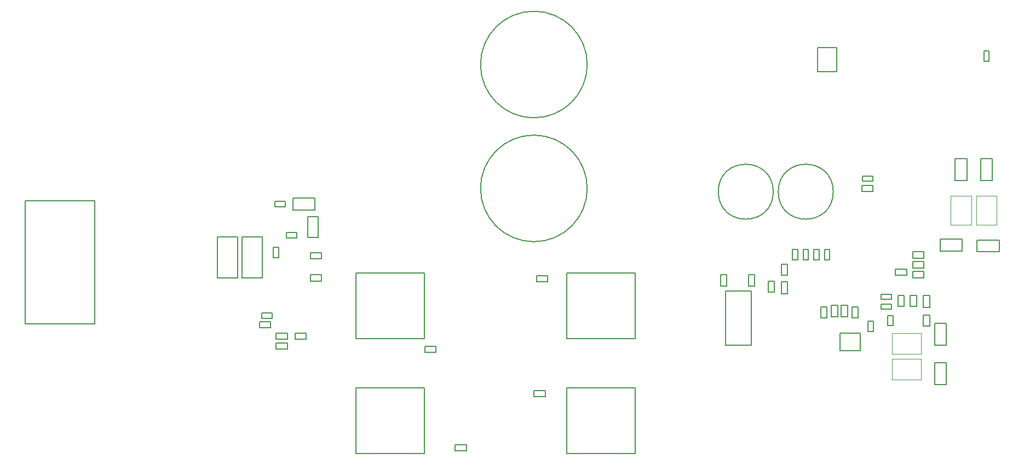
<source format=gbr>
G04*
G04 #@! TF.GenerationSoftware,Altium Limited,Altium Designer,25.5.2 (35)*
G04*
G04 Layer_Color=8388736*
%FSLAX25Y25*%
%MOIN*%
G70*
G04*
G04 #@! TF.SameCoordinates,0CD17ABA-5868-42C4-872B-F719D901D850*
G04*
G04*
G04 #@! TF.FilePolarity,Positive*
G04*
G01*
G75*
%ADD11C,0.00787*%
%ADD12C,0.00394*%
%ADD13C,0.00591*%
D11*
X633173Y204449D02*
Y210551D01*
X629827Y204449D02*
X633173D01*
X629827D02*
Y210551D01*
X633173D01*
X256850Y276827D02*
X263150D01*
X256850D02*
Y280173D01*
X263150D01*
Y276827D02*
Y280173D01*
X267807Y282043D02*
X281193D01*
Y274957D02*
Y282043D01*
X267807Y274957D02*
X281193D01*
X267807D02*
Y282043D01*
X283150Y258201D02*
Y270799D01*
X276850Y258201D02*
X283150D01*
X276850D02*
Y270799D01*
X283150D01*
X264001Y257827D02*
X270104D01*
X264001D02*
Y261173D01*
X270104D01*
Y257827D02*
Y261173D01*
X255925Y245850D02*
X259075D01*
Y252150D01*
X255925D02*
X259075D01*
X255925Y245850D02*
Y252150D01*
X278654Y248870D02*
X285347D01*
Y245130D02*
Y248870D01*
X278654Y245130D02*
X285347D01*
X278654D02*
Y248870D01*
Y231630D02*
X285347D01*
X278654D02*
Y235370D01*
X285347D01*
Y231630D02*
Y235370D01*
X269055Y199870D02*
X275945D01*
Y196130D02*
Y199870D01*
X269055Y196130D02*
X275945D01*
X269055D02*
Y199870D01*
X257555Y196130D02*
X264445D01*
X257555D02*
Y199870D01*
X264445D01*
Y196130D02*
Y199870D01*
X257555Y190130D02*
X264445D01*
X257555D02*
Y193870D01*
X264445D01*
Y190130D02*
Y193870D01*
X247654Y203228D02*
X254346D01*
X247654D02*
Y206772D01*
X254346D01*
Y203228D02*
Y206772D01*
X248850Y208925D02*
X255150D01*
X248850D02*
Y212075D01*
X255150D01*
Y208925D02*
Y212075D01*
X414555Y161130D02*
X421445D01*
X414555D02*
Y164870D01*
X421445D01*
Y161130D02*
Y164870D01*
X348055Y191870D02*
X354945D01*
Y188130D02*
Y191870D01*
X348055Y188130D02*
X354945D01*
X348055D02*
Y191870D01*
X104760Y280598D02*
X147240D01*
Y205402D02*
Y280598D01*
X104760Y205402D02*
X147240D01*
X104760D02*
Y280598D01*
X645047Y233630D02*
Y237370D01*
Y233630D02*
X651937D01*
Y237370D01*
X645047D02*
X651937D01*
X236799Y258402D02*
X249201D01*
X236799Y233598D02*
Y258402D01*
Y233598D02*
X249201D01*
Y258402D01*
X614571Y292425D02*
X620870D01*
X614571D02*
Y295575D01*
X620870D01*
Y292425D02*
Y295575D01*
X661807Y257043D02*
X675193D01*
Y249957D02*
Y257043D01*
X661807Y249957D02*
X675193D01*
X661807D02*
Y257043D01*
X645047Y249370D02*
X651937D01*
Y245630D02*
Y249370D01*
X645047Y245630D02*
X651937D01*
X645047D02*
Y249370D01*
Y243370D02*
X651937D01*
Y239630D02*
Y243370D01*
X645047Y239630D02*
X651937D01*
X645047D02*
Y243370D01*
X634555Y235130D02*
X641445D01*
X634555D02*
Y238870D01*
X641445D01*
Y235130D02*
Y238870D01*
X651630Y204252D02*
X655370D01*
Y210748D01*
X651630D02*
X655370D01*
X651630Y204252D02*
Y210748D01*
X651433Y222642D02*
X655567D01*
X651433Y215358D02*
Y222642D01*
Y215358D02*
X655567D01*
Y222642D01*
X643630Y222748D02*
X647370D01*
X643630Y216252D02*
Y222748D01*
Y216252D02*
X647370D01*
Y222748D01*
X636130D02*
X639870D01*
X636130Y216252D02*
Y222748D01*
Y216252D02*
X639870D01*
Y222748D01*
X625850Y223594D02*
X632150D01*
Y220406D02*
Y223594D01*
X625850Y220406D02*
X632150D01*
X625850D02*
Y223594D01*
Y214425D02*
X632150D01*
X625850D02*
Y217575D01*
X632150D01*
Y214425D02*
Y217575D01*
X599469Y209744D02*
Y216831D01*
X595532Y209744D02*
X599469D01*
X595532D02*
Y216831D01*
X599469D01*
X611772Y209154D02*
Y215846D01*
X608228Y209154D02*
X611772D01*
X608228D02*
Y215846D01*
X611772D01*
X617906Y200850D02*
Y207150D01*
X621095D01*
Y200850D02*
Y207150D01*
X617906Y200850D02*
X621095D01*
X684307Y249457D02*
Y256543D01*
Y249457D02*
X697693D01*
Y256543D01*
X684307D02*
X697693D01*
X686457Y292807D02*
Y306193D01*
X693543D01*
Y292807D02*
Y306193D01*
X686457Y292807D02*
X693543D01*
X614153Y286228D02*
Y289772D01*
Y286228D02*
X620847D01*
Y289772D01*
X614153D02*
X620847D01*
X591425Y244350D02*
Y250650D01*
X594575D01*
Y244350D02*
Y250650D01*
X591425Y244350D02*
X594575D01*
X584925D02*
Y250650D01*
X588075D01*
Y244350D02*
Y250650D01*
X584925Y244350D02*
X588075D01*
X578425D02*
Y250650D01*
X581575D01*
Y244350D02*
Y250650D01*
X578425Y244350D02*
X581575D01*
X571925D02*
Y250650D01*
X575075D01*
Y244350D02*
Y250650D01*
X571925Y244350D02*
X575075D01*
X568772Y235154D02*
Y241846D01*
X565228Y235154D02*
X568772D01*
X565228D02*
Y241846D01*
X568772D01*
X565031Y223957D02*
Y231043D01*
X568968D01*
Y223957D02*
Y231043D01*
X565031Y223957D02*
X568968D01*
X557228Y224654D02*
Y231347D01*
X560772D01*
Y224654D02*
Y231347D01*
X557228Y224654D02*
X560772D01*
X546874Y192465D02*
Y225535D01*
X531126Y192465D02*
X546874D01*
X531126D02*
Y225535D01*
X546874D01*
X600701Y199815D02*
X613299D01*
Y189185D02*
Y199815D01*
X600701Y189185D02*
X613299D01*
X600701D02*
Y199815D01*
X592772Y209154D02*
Y215846D01*
X589228Y209154D02*
X592772D01*
X589228D02*
Y215846D01*
X592772D01*
X605469Y209744D02*
Y216831D01*
X601532Y209744D02*
X605469D01*
X601532D02*
Y216831D01*
X605469D01*
X528130Y228555D02*
X531870D01*
Y235445D01*
X528130D02*
X531870D01*
X528130Y228555D02*
Y235445D01*
X545130Y228555D02*
X548870D01*
Y235445D01*
X545130D02*
X548870D01*
X545130Y228555D02*
Y235445D01*
X221799Y233598D02*
Y258402D01*
X234201D01*
Y233598D02*
Y258402D01*
X221799Y233598D02*
X234201D01*
X434683Y166382D02*
X476317D01*
X434683Y126618D02*
Y166382D01*
Y126618D02*
X476317D01*
Y166382D01*
X434683Y236382D02*
X476317D01*
X434683Y196618D02*
Y236382D01*
Y196618D02*
X476317D01*
Y236382D01*
X422945Y231130D02*
Y234870D01*
X416055D02*
X422945D01*
X416055Y231130D02*
Y234870D01*
Y231130D02*
X422945D01*
X306183Y126618D02*
X347817D01*
Y166382D01*
X306183D02*
X347817D01*
X306183Y126618D02*
Y166382D01*
Y196618D02*
X347817D01*
Y236382D01*
X306183D02*
X347817D01*
X306183Y196618D02*
Y236382D01*
X366555Y128130D02*
Y131870D01*
Y128130D02*
X373445D01*
Y131870D01*
X366555D02*
X373445D01*
X587094Y359216D02*
X598906D01*
Y373783D01*
X587094D02*
X598906D01*
X587094Y359216D02*
Y373783D01*
X688425Y371650D02*
X691575D01*
X688425Y365350D02*
Y371650D01*
Y365350D02*
X691575D01*
Y371650D01*
X658457Y181693D02*
X665543D01*
X658457Y168307D02*
Y181693D01*
Y168307D02*
X665543D01*
Y181693D01*
X658457Y205693D02*
X665543D01*
X658457Y192307D02*
Y205693D01*
Y192307D02*
X665543D01*
Y205693D01*
X670957Y292807D02*
X678043D01*
Y306193D01*
X670957D02*
X678043D01*
X670957Y292807D02*
Y306193D01*
D12*
X632398Y199707D02*
X650114D01*
Y187109D02*
Y199707D01*
X632398Y187109D02*
X650114D01*
X632398D02*
Y199707D01*
Y171609D02*
Y184207D01*
Y171609D02*
X650114D01*
Y184207D01*
X632398D02*
X650114D01*
X696299Y265642D02*
Y283358D01*
X683701Y265642D02*
X696299D01*
X683701D02*
Y283358D01*
X696299D01*
X680799Y265642D02*
Y283358D01*
X668201Y265642D02*
X680799D01*
X668201D02*
Y283358D01*
X680799D01*
D13*
X446980Y288000D02*
G03*
X446980Y288000I-32480J0D01*
G01*
Y363500D02*
G03*
X446980Y363500I-32480J0D01*
G01*
X560232Y286000D02*
G03*
X560232Y286000I-16732J0D01*
G01*
X596732D02*
G03*
X596732Y286000I-16732J0D01*
G01*
M02*

</source>
